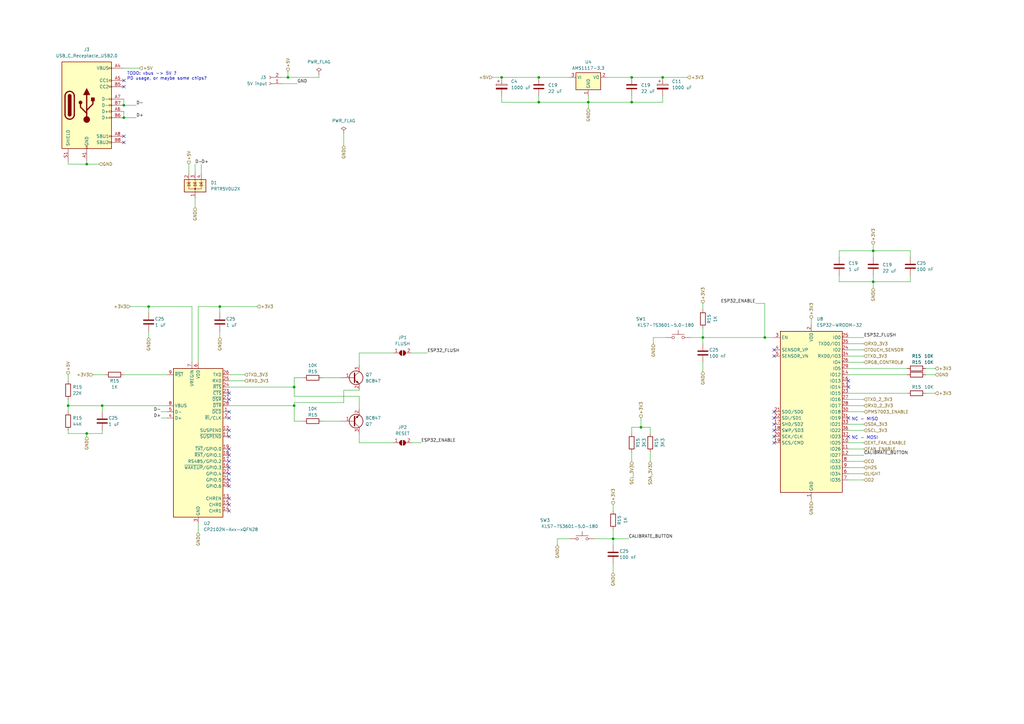
<source format=kicad_sch>
(kicad_sch (version 20230121) (generator eeschema)
  (paper "A3")
  (lib_symbols
    (symbol "Connector:Conn_01x02_Socket" (pin_names (offset 1.016) hide)
      (property "Reference" "J" (at 0 2.54 0))
      (property "Value" "Conn_01x02_Socket" (at 0 -5.08 0))
      (symbol "Conn_01x02_Socket_1_1"
        (arc (start 0 -2.032) (mid -0.5058 -2.54) (end 0 -3.048) (stroke (width 0.1524)))
        (polyline (pts (xy -1.27 -2.54) (xy -0.508 -2.54)) (stroke (width 0.1524)))
        (polyline (pts (xy -1.27 0) (xy -0.508 0)) (stroke (width 0.1524)))
        (arc (start 0 0.508) (mid -0.5058 0) (end 0 -0.508) (stroke (width 0.1524)))
        (pin passive line (at -5.08 0 0) (length 3.81) (name "Pin_1") (number "1"))
        (pin passive line (at -5.08 -2.54 0) (length 3.81) (name "Pin_2") (number "2"))
      )
    )
    (symbol "Connector:USB_C_Receptacle_USB2.0" (pin_names (offset 1.016))
      (property "Reference" "J" (at -10.16 19.05 0))
      (property "Value" "USB_C_Receptacle_USB2.0" (at 19.05 19.05 0))
      (symbol "USB_C_Receptacle_USB2.0_0_0"
        (rectangle (start -0.254 -17.78) (end 0.254 -16.764))
        (rectangle (start 10.16 -14.986) (end 9.144 -15.494))
        (rectangle (start 10.16 -12.446) (end 9.144 -12.954))
        (rectangle (start 10.16 -4.826) (end 9.144 -5.334))
        (rectangle (start 10.16 -2.286) (end 9.144 -2.794))
        (rectangle (start 10.16 0.254) (end 9.144 -0.254))
        (rectangle (start 10.16 2.794) (end 9.144 2.286))
        (rectangle (start 10.16 7.874) (end 9.144 7.366))
        (rectangle (start 10.16 10.414) (end 9.144 9.906))
        (rectangle (start 10.16 15.494) (end 9.144 14.986))
      )
      (symbol "USB_C_Receptacle_USB2.0_0_1"
        (rectangle (start -10.16 17.78) (end 10.16 -17.78) (stroke (width 0.254)) (fill (type background)))
        (arc (start -8.89 -3.81) (mid -6.985 -5.7067) (end -5.08 -3.81) (stroke (width 0.508)))
        (arc (start -7.62 -3.81) (mid -6.985 -4.4423) (end -6.35 -3.81) (stroke (width 0.254)))
        (arc (start -7.62 -3.81) (mid -6.985 -4.4423) (end -6.35 -3.81) (stroke (width 0.254)) (fill (type outline)))
        (rectangle (start -7.62 -3.81) (end -6.35 3.81) (stroke (width 0.254)) (fill (type outline)))
        (arc (start -6.35 3.81) (mid -6.985 4.4423) (end -7.62 3.81) (stroke (width 0.254)))
        (arc (start -6.35 3.81) (mid -6.985 4.4423) (end -7.62 3.81) (stroke (width 0.254)) (fill (type outline)))
        (arc (start -5.08 3.81) (mid -6.985 5.7067) (end -8.89 3.81) (stroke (width 0.508)))
        (circle (center -2.54 1.143) (radius 0.635) (stroke (width 0.254)) (fill (type outline)))
        (circle (center 0 -5.842) (radius 1.27) (fill (type outline)))
        (polyline (pts (xy -8.89 -3.81) (xy -8.89 3.81)) (stroke (width 0.508)))
        (polyline (pts (xy -5.08 3.81) (xy -5.08 -3.81)) (stroke (width 0.508)))
        (polyline (pts (xy 0 -5.842) (xy 0 4.318)) (stroke (width 0.508)))
        (polyline (pts (xy 0 -3.302) (xy -2.54 -0.762) (xy -2.54 0.508)) (stroke (width 0.508)))
        (polyline (pts (xy 0 -2.032) (xy 2.54 0.508) (xy 2.54 1.778)) (stroke (width 0.508)))
        (polyline (pts (xy -1.27 4.318) (xy 0 6.858) (xy 1.27 4.318) (xy -1.27 4.318)) (stroke (width 0.254)) (fill (type outline)))
        (rectangle (start 1.905 1.778) (end 3.175 3.048) (stroke (width 0.254)) (fill (type outline)))
      )
      (symbol "USB_C_Receptacle_USB2.0_1_1"
        (pin passive line (at 0 -22.86 90) (length 5.08) (name "GND") (number "A1"))
        (pin passive line (at 0 -22.86 90) (length 5.08) hide (name "GND") (number "A12"))
        (pin passive line (at 15.24 15.24 180) (length 5.08) (name "VBUS") (number "A4"))
        (pin bidirectional line (at 15.24 10.16 180) (length 5.08) (name "CC1") (number "A5"))
        (pin bidirectional line (at 15.24 -2.54 180) (length 5.08) (name "D+") (number "A6"))
        (pin bidirectional line (at 15.24 2.54 180) (length 5.08) (name "D-") (number "A7"))
        (pin bidirectional line (at 15.24 -12.7 180) (length 5.08) (name "SBU1") (number "A8"))
        (pin passive line (at 15.24 15.24 180) (length 5.08) hide (name "VBUS") (number "A9"))
        (pin passive line (at 0 -22.86 90) (length 5.08) hide (name "GND") (number "B1"))
        (pin passive line (at 0 -22.86 90) (length 5.08) hide (name "GND") (number "B12"))
        (pin passive line (at 15.24 15.24 180) (length 5.08) hide (name "VBUS") (number "B4"))
        (pin bidirectional line (at 15.24 7.62 180) (length 5.08) (name "CC2") (number "B5"))
        (pin bidirectional line (at 15.24 -5.08 180) (length 5.08) (name "D+") (number "B6"))
        (pin bidirectional line (at 15.24 0 180) (length 5.08) (name "D-") (number "B7"))
        (pin bidirectional line (at 15.24 -15.24 180) (length 5.08) (name "SBU2") (number "B8"))
        (pin passive line (at 15.24 15.24 180) (length 5.08) hide (name "VBUS") (number "B9"))
        (pin passive line (at -7.62 -22.86 90) (length 5.08) (name "SHIELD") (number "S1"))
      )
    )
    (symbol "Device:C" (pin_numbers hide) (pin_names (offset 0.254))
      (property "Reference" "C" (at 0.635 2.54 0))
      (property "Value" "C" (at 0.635 -2.54 0))
      (symbol "C_0_1"
        (polyline (pts (xy -2.032 -0.762) (xy 2.032 -0.762)) (stroke (width 0.508)))
        (polyline (pts (xy -2.032 0.762) (xy 2.032 0.762)) (stroke (width 0.508)))
      )
      (symbol "C_1_1"
        (pin passive line (at 0 3.81 270) (length 2.794) (name "~") (number "1"))
        (pin passive line (at 0 -3.81 90) (length 2.794) (name "~") (number "2"))
      )
    )
    (symbol "Device:C_Polarized" (pin_numbers hide) (pin_names (offset 0.254))
      (property "Reference" "C" (at 0.635 2.54 0))
      (property "Value" "C_Polarized" (at 0.635 -2.54 0))
      (symbol "C_Polarized_0_1"
        (rectangle (start -2.286 0.508) (end 2.286 1.016))
        (polyline (pts (xy -1.778 2.286) (xy -0.762 2.286)))
        (polyline (pts (xy -1.27 2.794) (xy -1.27 1.778)))
        (rectangle (start 2.286 -0.508) (end -2.286 -1.016) (fill (type outline)))
      )
      (symbol "C_Polarized_1_1"
        (pin passive line (at 0 3.81 270) (length 2.794) (name "~") (number "1"))
        (pin passive line (at 0 -3.81 90) (length 2.794) (name "~") (number "2"))
      )
    )
    (symbol "Device:R" (pin_numbers hide) (pin_names (offset 0))
      (property "Reference" "R" (at 2.032 0 90))
      (property "Value" "R" (at 0 0 90))
      (symbol "R_0_1"
        (rectangle (start -1.016 -2.54) (end 1.016 2.54) (stroke (width 0.254)))
      )
      (symbol "R_1_1"
        (pin passive line (at 0 3.81 270) (length 1.27) (name "~") (number "1"))
        (pin passive line (at 0 -3.81 90) (length 1.27) (name "~") (number "2"))
      )
    )
    (symbol "Interface_USB:CP2102N-Axx-xQFN28"
      (property "Reference" "U" (at -8.89 31.75 0))
      (property "Value" "CP2102N-Axx-xQFN28" (at 12.7 31.75 0))
      (symbol "CP2102N-Axx-xQFN28_0_1"
        (rectangle (start -10.16 30.48) (end 10.16 -30.48) (stroke (width 0.254)) (fill (type background)))
      )
      (symbol "CP2102N-Axx-xQFN28_1_1"
        (pin input line (at 12.7 12.7 180) (length 2.54) (name "~{DCD}") (number "1"))
        (pin no_connect line (at -10.16 -27.94 0) (length 2.54) hide (name "NC") (number "10"))
        (pin output line (at 12.7 2.54 180) (length 2.54) (name "~{SUSPEND}") (number "11"))
        (pin output line (at 12.7 5.08 180) (length 2.54) (name "SUSPEND") (number "12"))
        (pin output line (at 12.7 -22.86 180) (length 2.54) (name "CHREN") (number "13"))
        (pin output line (at 12.7 -27.94 180) (length 2.54) (name "CHR1") (number "14"))
        (pin output line (at 12.7 -25.4 180) (length 2.54) (name "CHR0") (number "15"))
        (pin bidirectional line (at 12.7 -10.16 180) (length 2.54) (name "~{WAKEUP}/GPIO.3") (number "16"))
        (pin bidirectional line (at 12.7 -7.62 180) (length 2.54) (name "RS485/GPIO.2") (number "17"))
        (pin bidirectional line (at 12.7 -5.08 180) (length 2.54) (name "~{RXT}/GPIO.1") (number "18"))
        (pin bidirectional line (at 12.7 -2.54 180) (length 2.54) (name "~{TXT}/GPIO.0") (number "19"))
        (pin bidirectional line (at 12.7 10.16 180) (length 2.54) (name "~{RI}/CLK") (number "2"))
        (pin bidirectional line (at 12.7 -17.78 180) (length 2.54) (name "GPIO.6") (number "20"))
        (pin bidirectional line (at 12.7 -15.24 180) (length 2.54) (name "GPIO.5") (number "21"))
        (pin bidirectional line (at 12.7 -12.7 180) (length 2.54) (name "GPIO.4") (number "22"))
        (pin input line (at 12.7 20.32 180) (length 2.54) (name "~{CTS}") (number "23"))
        (pin output line (at 12.7 22.86 180) (length 2.54) (name "~{RTS}") (number "24"))
        (pin input line (at 12.7 25.4 180) (length 2.54) (name "RXD") (number "25"))
        (pin output line (at 12.7 27.94 180) (length 2.54) (name "TXD") (number "26"))
        (pin input line (at 12.7 17.78 180) (length 2.54) (name "~{DSR}") (number "27"))
        (pin output line (at 12.7 15.24 180) (length 2.54) (name "~{DTR}") (number "28"))
        (pin passive line (at 0 -33.02 90) (length 2.54) hide (name "GND") (number "29"))
        (pin power_in line (at 0 -33.02 90) (length 2.54) (name "GND") (number "3"))
        (pin bidirectional line (at -12.7 10.16 0) (length 2.54) (name "D+") (number "4"))
        (pin bidirectional line (at -12.7 12.7 0) (length 2.54) (name "D-") (number "5"))
        (pin power_in line (at 0 33.02 270) (length 2.54) (name "VDD") (number "6"))
        (pin power_in line (at -2.54 33.02 270) (length 2.54) (name "VREGIN") (number "7"))
        (pin input line (at -12.7 15.24 0) (length 2.54) (name "VBUS") (number "8"))
        (pin input line (at -12.7 27.94 0) (length 2.54) (name "~{RST}") (number "9"))
      )
    )
    (symbol "Jumper:SolderJumper_2_Open" (pin_names (offset 0) hide)
      (property "Reference" "JP" (at 0 2.032 0))
      (property "Value" "SolderJumper_2_Open" (at 0 -2.54 0))
      (symbol "SolderJumper_2_Open_0_1"
        (arc (start -0.254 1.016) (mid -1.2656 0) (end -0.254 -1.016))
        (arc (start -0.254 1.016) (mid -1.2656 0) (end -0.254 -1.016) (fill (type outline)))
        (polyline (pts (xy -0.254 1.016) (xy -0.254 -1.016)))
        (polyline (pts (xy 0.254 1.016) (xy 0.254 -1.016)))
        (arc (start 0.254 -1.016) (mid 1.2656 0) (end 0.254 1.016))
        (arc (start 0.254 -1.016) (mid 1.2656 0) (end 0.254 1.016) (fill (type outline)))
      )
      (symbol "SolderJumper_2_Open_1_1"
        (pin passive line (at -3.81 0 0) (length 2.54) (name "A") (number "1"))
        (pin passive line (at 3.81 0 180) (length 2.54) (name "B") (number "2"))
      )
    )
    (symbol "Power_Protection:SP0503BAHT" (pin_names hide)
      (property "Reference" "D" (at 5.715 2.54 0))
      (property "Value" "SP0503BAHT" (at 5.715 0.635 0))
      (symbol "SP0503BAHT_0_0"
        (pin passive line (at 0 -5.08 90) (length 2.54) (name "A") (number "1"))
      )
      (symbol "SP0503BAHT_0_1"
        (rectangle (start -4.445 2.54) (end 4.445 -2.54) (stroke (width 0.254)) (fill (type background)))
        (circle (center 0 -1.27) (radius 0.254) (fill (type outline)))
        (polyline (pts (xy -2.54 2.54) (xy -2.54 1.27)))
        (polyline (pts (xy 0 -1.27) (xy 0 -2.54)))
        (polyline (pts (xy 0 -1.27) (xy 0 1.27)))
        (polyline (pts (xy 0 2.54) (xy 0 1.27)))
        (polyline (pts (xy 0.635 1.27) (xy 0.762 1.27)))
        (polyline (pts (xy 2.54 2.54) (xy 2.54 1.27)))
        (polyline (pts (xy 0.635 1.27) (xy -0.762 1.27) (xy -0.762 1.016)))
        (polyline (pts (xy -3.302 1.016) (xy -3.302 1.27) (xy -1.905 1.27) (xy -1.778 1.27)))
        (polyline (pts (xy -2.54 1.27) (xy -2.54 -1.27) (xy 2.54 -1.27) (xy 2.54 1.27)))
        (polyline (pts (xy -2.54 1.27) (xy -1.905 0) (xy -3.175 0) (xy -2.54 1.27)))
        (polyline (pts (xy 0.635 0) (xy -0.635 0) (xy 0 1.27) (xy 0.635 0)))
        (polyline (pts (xy 1.778 1.016) (xy 1.778 1.27) (xy 3.175 1.27) (xy 3.302 1.27)))
        (polyline (pts (xy 2.54 1.27) (xy 1.905 0) (xy 3.175 0) (xy 2.54 1.27)))
      )
      (symbol "SP0503BAHT_1_1"
        (pin passive line (at -2.54 5.08 270) (length 2.54) (name "K") (number "2"))
        (pin passive line (at 0 5.08 270) (length 2.54) (name "K") (number "3"))
        (pin passive line (at 2.54 5.08 270) (length 2.54) (name "K") (number "4"))
      )
    )
    (symbol "RF_Module:ESP32-WROOM-32"
      (property "Reference" "U" (at -12.7 34.29 0))
      (property "Value" "ESP32-WROOM-32" (at 1.27 34.29 0))
      (symbol "ESP32-WROOM-32_0_1"
        (rectangle (start -12.7 33.02) (end 12.7 -33.02) (stroke (width 0.254)) (fill (type background)))
      )
      (symbol "ESP32-WROOM-32_1_1"
        (pin power_in line (at 0 -35.56 90) (length 2.54) (name "GND") (number "1"))
        (pin bidirectional line (at 15.24 -12.7 180) (length 2.54) (name "IO25") (number "10"))
        (pin bidirectional line (at 15.24 -15.24 180) (length 2.54) (name "IO26") (number "11"))
        (pin bidirectional line (at 15.24 -17.78 180) (length 2.54) (name "IO27") (number "12"))
        (pin bidirectional line (at 15.24 10.16 180) (length 2.54) (name "IO14") (number "13"))
        (pin bidirectional line (at 15.24 15.24 180) (length 2.54) (name "IO12") (number "14"))
        (pin passive line (at 0 -35.56 90) (length 2.54) hide (name "GND") (number "15"))
        (pin bidirectional line (at 15.24 12.7 180) (length 2.54) (name "IO13") (number "16"))
        (pin bidirectional line (at -15.24 -5.08 0) (length 2.54) (name "SHD/SD2") (number "17"))
        (pin bidirectional line (at -15.24 -7.62 0) (length 2.54) (name "SWP/SD3") (number "18"))
        (pin bidirectional line (at -15.24 -12.7 0) (length 2.54) (name "SCS/CMD") (number "19"))
        (pin power_in line (at 0 35.56 270) (length 2.54) (name "VDD") (number "2"))
        (pin bidirectional line (at -15.24 -10.16 0) (length 2.54) (name "SCK/CLK") (number "20"))
        (pin bidirectional line (at -15.24 0 0) (length 2.54) (name "SDO/SD0") (number "21"))
        (pin bidirectional line (at -15.24 -2.54 0) (length 2.54) (name "SDI/SD1") (number "22"))
        (pin bidirectional line (at 15.24 7.62 180) (length 2.54) (name "IO15") (number "23"))
        (pin bidirectional line (at 15.24 25.4 180) (length 2.54) (name "IO2") (number "24"))
        (pin bidirectional line (at 15.24 30.48 180) (length 2.54) (name "IO0") (number "25"))
        (pin bidirectional line (at 15.24 20.32 180) (length 2.54) (name "IO4") (number "26"))
        (pin bidirectional line (at 15.24 5.08 180) (length 2.54) (name "IO16") (number "27"))
        (pin bidirectional line (at 15.24 2.54 180) (length 2.54) (name "IO17") (number "28"))
        (pin bidirectional line (at 15.24 17.78 180) (length 2.54) (name "IO5") (number "29"))
        (pin input line (at -15.24 30.48 0) (length 2.54) (name "EN") (number "3"))
        (pin bidirectional line (at 15.24 0 180) (length 2.54) (name "IO18") (number "30"))
        (pin bidirectional line (at 15.24 -2.54 180) (length 2.54) (name "IO19") (number "31"))
        (pin no_connect line (at -12.7 -27.94 0) (length 2.54) hide (name "NC") (number "32"))
        (pin bidirectional line (at 15.24 -5.08 180) (length 2.54) (name "IO21") (number "33"))
        (pin bidirectional line (at 15.24 22.86 180) (length 2.54) (name "RXD0/IO3") (number "34"))
        (pin bidirectional line (at 15.24 27.94 180) (length 2.54) (name "TXD0/IO1") (number "35"))
        (pin bidirectional line (at 15.24 -7.62 180) (length 2.54) (name "IO22") (number "36"))
        (pin bidirectional line (at 15.24 -10.16 180) (length 2.54) (name "IO23") (number "37"))
        (pin passive line (at 0 -35.56 90) (length 2.54) hide (name "GND") (number "38"))
        (pin passive line (at 0 -35.56 90) (length 2.54) hide (name "GND") (number "39"))
        (pin input line (at -15.24 25.4 0) (length 2.54) (name "SENSOR_VP") (number "4"))
        (pin input line (at -15.24 22.86 0) (length 2.54) (name "SENSOR_VN") (number "5"))
        (pin input line (at 15.24 -25.4 180) (length 2.54) (name "IO34") (number "6"))
        (pin input line (at 15.24 -27.94 180) (length 2.54) (name "IO35") (number "7"))
        (pin bidirectional line (at 15.24 -20.32 180) (length 2.54) (name "IO32") (number "8"))
        (pin bidirectional line (at 15.24 -22.86 180) (length 2.54) (name "IO33") (number "9"))
      )
    )
    (symbol "Regulator_Linear:AMS1117-3.3"
      (property "Reference" "U" (at -3.81 3.175 0))
      (property "Value" "AMS1117-3.3" (at 0 3.175 0))
      (symbol "AMS1117-3.3_0_1"
        (rectangle (start -5.08 -5.08) (end 5.08 1.905) (stroke (width 0.254)) (fill (type background)))
      )
      (symbol "AMS1117-3.3_1_1"
        (pin power_in line (at 0 -7.62 90) (length 2.54) (name "GND") (number "1"))
        (pin power_out line (at 7.62 0 180) (length 2.54) (name "VO") (number "2"))
        (pin power_in line (at -7.62 0 0) (length 2.54) (name "VI") (number "3"))
      )
    )
    (symbol "Switch:SW_Push" (pin_numbers hide) (pin_names (offset 1.016) hide)
      (property "Reference" "SW" (at 1.27 2.54 0))
      (property "Value" "SW_Push" (at 0 -1.524 0))
      (symbol "SW_Push_0_1"
        (circle (center -2.032 0) (radius 0.508))
        (polyline (pts (xy 0 1.27) (xy 0 3.048)))
        (polyline (pts (xy 2.54 1.27) (xy -2.54 1.27)))
        (circle (center 2.032 0) (radius 0.508))
        (pin passive line (at -5.08 0 0) (length 2.54) (name "1") (number "1"))
        (pin passive line (at 5.08 0 180) (length 2.54) (name "2") (number "2"))
      )
    )
    (symbol "Transistor_BJT:BC847" (pin_names (offset 0) hide)
      (property "Reference" "Q" (at 5.08 1.905 0))
      (property "Value" "BC847" (at 5.08 0 0))
      (symbol "BC847_0_1"
        (polyline (pts (xy 0.635 0.635) (xy 2.54 2.54)))
        (polyline (pts (xy 0.635 -0.635) (xy 2.54 -2.54) (xy 2.54 -2.54)))
        (polyline (pts (xy 0.635 1.905) (xy 0.635 -1.905) (xy 0.635 -1.905)) (stroke (width 0.508)))
        (polyline (pts (xy 1.27 -1.778) (xy 1.778 -1.27) (xy 2.286 -2.286) (xy 1.27 -1.778) (xy 1.27 -1.778)) (fill (type outline)))
        (circle (center 1.27 0) (radius 2.8194) (stroke (width 0.254)))
      )
      (symbol "BC847_1_1"
        (pin input line (at -5.08 0 0) (length 5.715) (name "B") (number "1"))
        (pin passive line (at 2.54 -5.08 90) (length 2.54) (name "E") (number "2"))
        (pin passive line (at 2.54 5.08 270) (length 2.54) (name "C") (number "3"))
      )
    )
    (symbol "power:PWR_FLAG" (power) (pin_numbers hide) (pin_names (offset 0) hide)
      (property "Value" "PWR_FLAG" (at 0 3.81 0))
      (symbol "PWR_FLAG_0_0"
        (pin power_out line (at 0 0 90) (length 0) (name "pwr") (number "1"))
      )
      (symbol "PWR_FLAG_0_1"
        (polyline (pts (xy 0 0) (xy 0 1.27) (xy -1.016 1.905) (xy 0 2.54) (xy 1.016 1.905) (xy 0 1.27)))
      )
    )
  )
  (junction (at 35.56 67.31))
  (junction (at 241.3 41.91))
  (junction (at 118.11 31.75))
  (junction (at 358.14 102.87))
  (junction (at 90.17 125.73))
  (junction (at 27.94 166.37))
  (junction (at 313.69 138.43))
  (junction (at 60.96 125.73))
  (junction (at 120.65 158.75))
  (junction (at 50.8 48.26))
  (junction (at 271.78 31.75))
  (junction (at 35.56 177.8))
  (junction (at 220.98 31.75))
  (junction (at 262.89 175.26))
  (junction (at 358.14 115.57))
  (junction (at 120.65 166.37))
  (junction (at 41.91 166.37))
  (junction (at 251.46 220.98))
  (junction (at 288.29 138.43))
  (junction (at 205.74 31.75))
  (junction (at 220.98 41.91))
  (junction (at 259.08 41.91))
  (junction (at 50.8 43.18))
  (junction (at 259.08 31.75))
  (no_connect (at 317.5 179.07))
  (no_connect (at 93.98 199.39))
  (no_connect (at 93.98 168.91))
  (no_connect (at 50.8 35.56))
  (no_connect (at 93.98 189.23))
  (no_connect (at 93.98 209.55))
  (no_connect (at 50.8 55.88))
  (no_connect (at 93.98 196.85))
  (no_connect (at 93.98 204.47))
  (no_connect (at 93.98 161.29))
  (no_connect (at 347.98 156.21))
  (no_connect (at 93.98 179.07))
  (no_connect (at 93.98 207.01))
  (no_connect (at 347.98 179.07))
  (no_connect (at 93.98 171.45))
  (no_connect (at 347.98 171.45))
  (no_connect (at 93.98 194.31))
  (no_connect (at 93.98 184.15))
  (no_connect (at 347.98 158.75))
  (no_connect (at 93.98 186.69))
  (no_connect (at 317.5 181.61))
  (no_connect (at 93.98 191.77))
  (no_connect (at 317.5 168.91))
  (no_connect (at 317.5 176.53))
  (no_connect (at 93.98 176.53))
  (no_connect (at 317.5 171.45))
  (no_connect (at 317.5 146.05))
  (no_connect (at 93.98 163.83))
  (no_connect (at 317.5 143.51))
  (no_connect (at 50.8 58.42))
  (no_connect (at 317.5 173.99))
  (no_connect (at 50.8 33.02))
  (wire (pts (xy 168.91 181.61) (xy 172.72 181.61)))
  (wire (pts (xy 147.32 162.56) (xy 120.65 162.56)))
  (wire (pts (xy 259.08 41.91) (xy 259.08 39.37)))
  (wire (pts (xy 50.8 27.94) (xy 57.15 27.94)))
  (wire (pts (xy 271.78 41.91) (xy 259.08 41.91)))
  (wire (pts (xy 241.3 39.37) (xy 241.3 41.91)))
  (wire (pts (xy 288.29 124.46) (xy 288.29 127)))
  (wire (pts (xy 344.17 113.03) (xy 344.17 115.57)))
  (wire (pts (xy 66.04 171.45) (xy 68.58 171.45)))
  (wire (pts (xy 60.96 135.89) (xy 60.96 138.43)))
  (wire (pts (xy 93.98 166.37) (xy 120.65 166.37)))
  (wire (pts (xy 80.01 67.31) (xy 80.01 71.12)))
  (wire (pts (xy 50.8 153.67) (xy 68.58 153.67)))
  (wire (pts (xy 147.32 144.78) (xy 147.32 149.86)))
  (wire (pts (xy 130.81 31.75) (xy 118.11 31.75)))
  (wire (pts (xy 53.34 125.73) (xy 60.96 125.73)))
  (wire (pts (xy 344.17 115.57) (xy 358.14 115.57)))
  (wire (pts (xy 205.74 39.37) (xy 205.74 41.91)))
  (wire (pts (xy 347.98 166.37) (xy 354.33 166.37)))
  (wire (pts (xy 27.94 176.53) (xy 27.94 177.8)))
  (wire (pts (xy 283.21 138.43) (xy 288.29 138.43)))
  (wire (pts (xy 347.98 146.05) (xy 354.33 146.05)))
  (wire (pts (xy 313.69 124.46) (xy 313.69 138.43)))
  (wire (pts (xy 35.56 177.8) (xy 35.56 179.07)))
  (wire (pts (xy 27.94 153.67) (xy 27.94 156.21)))
  (wire (pts (xy 220.98 31.75) (xy 233.68 31.75)))
  (wire (pts (xy 220.98 41.91) (xy 241.3 41.91)))
  (wire (pts (xy 379.73 153.67) (xy 383.54 153.67)))
  (wire (pts (xy 27.94 166.37) (xy 27.94 168.91)))
  (wire (pts (xy 82.55 67.31) (xy 82.55 71.12)))
  (wire (pts (xy 66.04 168.91) (xy 68.58 168.91)))
  (wire (pts (xy 78.74 125.73) (xy 78.74 148.59)))
  (wire (pts (xy 248.92 31.75) (xy 259.08 31.75)))
  (wire (pts (xy 347.98 168.91) (xy 354.33 168.91)))
  (wire (pts (xy 332.74 204.47) (xy 332.74 205.74)))
  (wire (pts (xy 379.73 161.29) (xy 383.54 161.29)))
  (wire (pts (xy 93.98 156.21) (xy 100.33 156.21)))
  (wire (pts (xy 259.08 31.75) (xy 271.78 31.75)))
  (wire (pts (xy 332.74 130.81) (xy 332.74 133.35)))
  (wire (pts (xy 358.14 113.03) (xy 358.14 115.57)))
  (wire (pts (xy 35.56 177.8) (xy 41.91 177.8)))
  (wire (pts (xy 228.6 220.98) (xy 233.68 220.98)))
  (wire (pts (xy 147.32 160.02) (xy 140.97 160.02)))
  (wire (pts (xy 147.32 144.78) (xy 161.29 144.78)))
  (wire (pts (xy 344.17 102.87) (xy 358.14 102.87)))
  (wire (pts (xy 347.98 140.97) (xy 354.33 140.97)))
  (wire (pts (xy 373.38 102.87) (xy 373.38 105.41)))
  (wire (pts (xy 251.46 207.01) (xy 251.46 209.55)))
  (wire (pts (xy 347.98 186.69) (xy 354.33 186.69)))
  (wire (pts (xy 50.8 48.26) (xy 55.88 48.26)))
  (wire (pts (xy 90.17 135.89) (xy 90.17 138.43)))
  (wire (pts (xy 41.91 166.37) (xy 41.91 168.91)))
  (wire (pts (xy 241.3 41.91) (xy 241.3 44.45)))
  (wire (pts (xy 120.65 172.72) (xy 124.46 172.72)))
  (wire (pts (xy 347.98 191.77) (xy 354.33 191.77)))
  (wire (pts (xy 347.98 148.59) (xy 354.33 148.59)))
  (wire (pts (xy 27.94 67.31) (xy 35.56 67.31)))
  (wire (pts (xy 50.8 43.18) (xy 55.88 43.18)))
  (wire (pts (xy 347.98 196.85) (xy 354.33 196.85)))
  (wire (pts (xy 140.97 54.61) (xy 140.97 59.69)))
  (wire (pts (xy 347.98 189.23) (xy 354.33 189.23)))
  (wire (pts (xy 259.08 175.26) (xy 259.08 177.8)))
  (wire (pts (xy 262.89 171.45) (xy 262.89 175.26)))
  (wire (pts (xy 205.74 31.75) (xy 220.98 31.75)))
  (wire (pts (xy 130.81 30.48) (xy 130.81 31.75)))
  (wire (pts (xy 288.29 138.43) (xy 313.69 138.43)))
  (wire (pts (xy 90.17 125.73) (xy 90.17 128.27)))
  (wire (pts (xy 347.98 194.31) (xy 354.33 194.31)))
  (wire (pts (xy 281.94 31.75) (xy 271.78 31.75)))
  (wire (pts (xy 220.98 39.37) (xy 220.98 41.91)))
  (wire (pts (xy 27.94 166.37) (xy 41.91 166.37)))
  (wire (pts (xy 50.8 40.64) (xy 50.8 43.18)))
  (wire (pts (xy 120.65 162.56) (xy 120.65 158.75)))
  (wire (pts (xy 205.74 41.91) (xy 220.98 41.91)))
  (wire (pts (xy 27.94 177.8) (xy 35.56 177.8)))
  (wire (pts (xy 60.96 125.73) (xy 60.96 128.27)))
  (wire (pts (xy 347.98 161.29) (xy 372.11 161.29)))
  (wire (pts (xy 132.08 172.72) (xy 139.7 172.72)))
  (wire (pts (xy 81.28 214.63) (xy 81.28 218.44)))
  (wire (pts (xy 50.8 45.72) (xy 50.8 48.26)))
  (wire (pts (xy 93.98 158.75) (xy 120.65 158.75)))
  (wire (pts (xy 358.14 115.57) (xy 373.38 115.57)))
  (wire (pts (xy 358.14 102.87) (xy 373.38 102.87)))
  (wire (pts (xy 80.01 85.09) (xy 80.01 81.28)))
  (wire (pts (xy 251.46 220.98) (xy 257.81 220.98)))
  (wire (pts (xy 347.98 163.83) (xy 354.33 163.83)))
  (wire (pts (xy 251.46 231.14) (xy 251.46 234.95)))
  (wire (pts (xy 41.91 166.37) (xy 68.58 166.37)))
  (wire (pts (xy 288.29 134.62) (xy 288.29 138.43)))
  (wire (pts (xy 347.98 151.13) (xy 372.11 151.13)))
  (wire (pts (xy 90.17 125.73) (xy 105.41 125.73)))
  (wire (pts (xy 35.56 67.31) (xy 35.56 66.04)))
  (wire (pts (xy 168.91 144.78) (xy 175.26 144.78)))
  (wire (pts (xy 266.7 185.42) (xy 266.7 189.23)))
  (wire (pts (xy 347.98 143.51) (xy 354.33 143.51)))
  (wire (pts (xy 27.94 163.83) (xy 27.94 166.37)))
  (wire (pts (xy 262.89 175.26) (xy 259.08 175.26)))
  (wire (pts (xy 288.29 148.59) (xy 288.29 152.4)))
  (wire (pts (xy 81.28 125.73) (xy 81.28 148.59)))
  (wire (pts (xy 259.08 185.42) (xy 259.08 189.23)))
  (wire (pts (xy 140.97 165.1) (xy 120.65 165.1)))
  (wire (pts (xy 60.96 125.73) (xy 78.74 125.73)))
  (wire (pts (xy 267.97 138.43) (xy 273.05 138.43)))
  (wire (pts (xy 120.65 166.37) (xy 120.65 172.72)))
  (wire (pts (xy 373.38 115.57) (xy 373.38 113.03)))
  (wire (pts (xy 121.92 34.29) (xy 115.57 34.29)))
  (wire (pts (xy 313.69 138.43) (xy 317.5 138.43)))
  (wire (pts (xy 347.98 173.99) (xy 354.33 173.99)))
  (wire (pts (xy 347.98 184.15) (xy 354.33 184.15)))
  (wire (pts (xy 41.91 177.8) (xy 41.91 176.53)))
  (wire (pts (xy 147.32 167.64) (xy 147.32 162.56)))
  (wire (pts (xy 120.65 165.1) (xy 120.65 166.37)))
  (wire (pts (xy 132.08 154.94) (xy 139.7 154.94)))
  (wire (pts (xy 93.98 153.67) (xy 100.33 153.67)))
  (wire (pts (xy 379.73 151.13) (xy 383.54 151.13)))
  (wire (pts (xy 358.14 100.33) (xy 358.14 102.87)))
  (wire (pts (xy 120.65 158.75) (xy 120.65 154.94)))
  (wire (pts (xy 347.98 138.43) (xy 354.33 138.43)))
  (wire (pts (xy 118.11 31.75) (xy 115.57 31.75)))
  (wire (pts (xy 266.7 175.26) (xy 266.7 177.8)))
  (wire (pts (xy 241.3 41.91) (xy 259.08 41.91)))
  (wire (pts (xy 140.97 160.02) (xy 140.97 165.1)))
  (wire (pts (xy 120.65 154.94) (xy 124.46 154.94)))
  (wire (pts (xy 201.93 31.75) (xy 205.74 31.75)))
  (wire (pts (xy 251.46 220.98) (xy 251.46 223.52)))
  (wire (pts (xy 347.98 176.53) (xy 354.33 176.53)))
  (wire (pts (xy 228.6 223.52) (xy 228.6 220.98)))
  (wire (pts (xy 347.98 181.61) (xy 354.33 181.61)))
  (wire (pts (xy 147.32 181.61) (xy 161.29 181.61)))
  (wire (pts (xy 288.29 140.97) (xy 288.29 138.43)))
  (wire (pts (xy 147.32 181.61) (xy 147.32 177.8)))
  (wire (pts (xy 118.11 29.21) (xy 118.11 31.75)))
  (wire (pts (xy 35.56 67.31) (xy 40.64 67.31)))
  (wire (pts (xy 262.89 175.26) (xy 266.7 175.26)))
  (wire (pts (xy 344.17 105.41) (xy 344.17 102.87)))
  (wire (pts (xy 243.84 220.98) (xy 251.46 220.98)))
  (wire (pts (xy 81.28 125.73) (xy 90.17 125.73)))
  (wire (pts (xy 347.98 153.67) (xy 372.11 153.67)))
  (wire (pts (xy 251.46 217.17) (xy 251.46 220.98)))
  (wire (pts (xy 358.14 115.57) (xy 358.14 118.11)))
  (wire (pts (xy 358.14 102.87) (xy 358.14 105.41)))
  (wire (pts (xy 27.94 66.04) (xy 27.94 67.31)))
  (wire (pts (xy 77.47 67.31) (xy 77.47 71.12)))
  (wire (pts (xy 38.1 153.67) (xy 43.18 153.67)))
  (wire (pts (xy 271.78 39.37) (xy 271.78 41.91)))
  (wire (pts (xy 267.97 140.97) (xy 267.97 138.43)))
  (wire (pts (xy 309.88 124.46) (xy 313.69 124.46)))
  (text "TODO: vbus -> 5V ?\nPD usage, or maybe some chips?" (at 52.07 33.02 0) (effects (font (size 1.27 1.27)) (justify left bottom)))
  (text "NC - MISO" (at 349.25 172.72 0) (effects (font (size 1.27 1.27)) (justify left bottom)))
  (text "NC - MOSI" (at 349.25 180.34 0) (effects (font (size 1.27 1.27)) (justify left bottom)))
  (label "GND" (at 121.92 34.29 0))
  (label "ESP32_FLUSH" (at 354.33 138.43 0))
  (label "ESP32_ENABLE" (at 172.72 181.61 0))
  (label "D+" (at 66.04 171.45 180))
  (label "D-" (at 55.88 43.18 0))
  (label "D+" (at 55.88 48.26 0))
  (label "CALIBRATE_BUTTON" (at 354.33 186.69 0))
  (label "D-" (at 66.04 168.91 180))
  (label "D-" (at 80.01 67.31 0))
  (label "D+" (at 82.55 67.31 0))
  (label "ESP32_ENABLE" (at 309.88 124.46 180))
  (label "CALIBRATE_BUTTON" (at 257.81 220.98 0))
  (label "ESP32_FLUSH" (at 175.26 144.78 0))
  (hierarchical_label "CO" (shape input) (at 354.33 189.23 0))
  (hierarchical_label "+5V" (shape input) (at 77.47 67.31 90))
  (hierarchical_label "H2S" (shape input) (at 354.33 191.77 0))
  (hierarchical_label "GND" (shape input) (at 140.97 59.69 270))
  (hierarchical_label "+3V3" (shape input) (at 358.14 100.33 90))
  (hierarchical_label "+3V3" (shape input) (at 281.94 31.75 0))
  (hierarchical_label "GND" (shape input) (at 267.97 140.97 270))
  (hierarchical_label "GND" (shape input) (at 383.54 153.67 0))
  (hierarchical_label "SDA_3V3" (shape input) (at 266.7 189.23 270))
  (hierarchical_label "FAN_ENABLE" (shape input) (at 354.33 184.15 0))
  (hierarchical_label "+5V" (shape input) (at 57.15 27.94 0))
  (hierarchical_label "+5V" (shape input) (at 118.11 29.21 90))
  (hierarchical_label "TXD_2_3V3" (shape input) (at 354.33 163.83 0))
  (hierarchical_label "+3V3" (shape input) (at 383.54 161.29 0))
  (hierarchical_label "SDA_3V3" (shape input) (at 354.33 173.99 0))
  (hierarchical_label "GND" (shape input) (at 241.3 44.45 270))
  (hierarchical_label "RXD_2_3V3" (shape input) (at 354.33 166.37 0))
  (hierarchical_label "+3V3" (shape input) (at 262.89 171.45 90))
  (hierarchical_label "GND" (shape input) (at 35.56 179.07 270))
  (hierarchical_label "GND" (shape input) (at 228.6 223.52 270))
  (hierarchical_label "GND" (shape input) (at 358.14 118.11 270))
  (hierarchical_label "GND" (shape input) (at 288.29 152.4 270))
  (hierarchical_label "+3V3" (shape input) (at 288.29 124.46 90))
  (hierarchical_label "GND" (shape input) (at 60.96 138.43 270))
  (hierarchical_label "RXD_3V3" (shape input) (at 354.33 140.97 0))
  (hierarchical_label "+3V3" (shape input) (at 383.54 151.13 0))
  (hierarchical_label "PMS7003_ENABLE" (shape input) (at 354.33 168.91 0))
  (hierarchical_label "+3V3" (shape input) (at 251.46 207.01 90))
  (hierarchical_label "GND" (shape input) (at 90.17 138.43 270))
  (hierarchical_label "O2" (shape input) (at 354.33 196.85 0))
  (hierarchical_label "SCL_3V3" (shape input) (at 259.08 189.23 270))
  (hierarchical_label "GND" (shape input) (at 332.74 205.74 270))
  (hierarchical_label "EXT_FAN_ENABLE" (shape input) (at 354.33 181.61 0))
  (hierarchical_label "GND" (shape input) (at 40.64 67.31 0))
  (hierarchical_label "+3V3" (shape input) (at 332.74 130.81 90))
  (hierarchical_label "TXD_3V3" (shape input) (at 100.33 153.67 0))
  (hierarchical_label "+3V3" (shape input) (at 105.41 125.73 0))
  (hierarchical_label "LIGHT" (shape input) (at 354.33 194.31 0))
  (hierarchical_label "+5V" (shape input) (at 27.94 153.67 90))
  (hierarchical_label "TXD_3V3" (shape input) (at 354.33 146.05 0))
  (hierarchical_label "RGB_CONTROL#" (shape input) (at 354.33 148.59 0))
  (hierarchical_label "+3V3" (shape input) (at 53.34 125.73 180))
  (hierarchical_label "+5V" (shape input) (at 201.93 31.75 180))
  (hierarchical_label "RXD_3V3" (shape input) (at 100.33 156.21 0))
  (hierarchical_label "SCL_3V3" (shape input) (at 354.33 176.53 0))
  (hierarchical_label "GND" (shape input) (at 81.28 218.44 270))
  (hierarchical_label "+3V3" (shape input) (at 38.1 153.67 180))
  (hierarchical_label "GND" (shape input) (at 251.46 234.95 270))
  (hierarchical_label "TOUCH_SENSOR" (shape input) (at 354.33 143.51 0))
  (hierarchical_label "GND" (shape input) (at 80.01 85.09 270))
  (symbol (lib_id "Device:C") (at 90.17 132.08 0) (unit 1)
    (property "Reference" "C25" (at 92.71 130.8099 0) (effects (justify left)))
    (property "Value" "1 uF" (at 92.71 133.35 0) (effects (justify left)))
    (property "Footprint" "Capacitor_SMD:C_0603_1608Metric" (effects hide))
    (instances (project "xray" (path "" (reference "C25") (unit 1))) (project "xray-v2" (path "" (reference "C10") (unit 1))) (project "air-detector" (path "" (reference "C3") (unit 1)) (path "" (reference "C29") (unit 1))))
  )
  (symbol (lib_id "Device:C") (at 344.17 109.22 180) (unit 1)
    (property "Reference" "C19" (at 347.98 107.95 0) (effects (justify right)))
    (property "Value" "1 uF" (at 347.98 110.49 0) (effects (justify right)))
    (property "Footprint" "Capacitor_SMD:C_0603_1608Metric" (effects hide))
    (instances (project "supply" (path "" (reference "C19") (unit 1))) (project "air-detector" (path "" (reference "C16") (unit 1)) (path "" (reference "C35") (unit 1))))
  )
  (symbol (lib_id "Connector:Conn_01x02_Socket") (at 110.49 34.29 180) (unit 1)
    (property "Reference" "J3" (at 107.95 31.75 0))
    (property "Value" "5V input" (at 105.41 34.29 0))
    (property "Footprint" "Connector_JST:JST_XH_B2B-XH-A_1x02_P2.50mm_Vertical" (effects hide))
    (instances (project "air-detector" (path "" (reference "J3") (unit 1)) (path "" (reference "J10") (unit 1))))
  )
  (symbol (lib_id "Device:R") (at 251.46 213.36 0) (unit 1)
    (property "Reference" "R15" (at 254 213.36 90))
    (property "Value" "1K" (at 256.54 213.36 90))
    (property "Footprint" "Resistor_SMD:R_0805_2012Metric" (effects hide))
    (instances (project "xray" (path "" (reference "R15") (unit 1))) (project "xray-v2" (path "" (reference "R6") (unit 1))) (project "air-detector" (path "" (reference "R14") (unit 1)) (path "" (reference "R31") (unit 1))))
  )
  (symbol (lib_id "Jumper:SolderJumper_2_Open") (at 165.1 181.61 0) (unit 1)
    (property "Reference" "JP2" (at 165.1 175.26 0))
    (property "Value" "RESET" (at 165.1 177.8 0))
    (property "Footprint" "Jumper:SolderJumper-2_P1.3mm_Open_TrianglePad1.0x1.5mm" (effects hide))
    (instances (project "air-detector" (path "" (reference "JP2") (unit 1)) (path "" (reference "JP4") (unit 1))))
  )
  (symbol (lib_id "power:PWR_FLAG") (at 140.97 54.61 0) (unit 1)
    (property "Reference" "#FLG02" (effects hide))
    (property "Value" "PWR_FLAG" (at 140.97 49.53 0))
    (instances (project "air-detector" (path "" (reference "#FLG02") (unit 1)) (path "" (reference "#FLG07") (unit 1))))
  )
  (symbol (lib_id "Device:C") (at 373.38 109.22 0) (unit 1)
    (property "Reference" "C25" (at 375.92 107.9499 0) (effects (justify left)))
    (property "Value" "100 nF" (at 375.92 110.49 0) (effects (justify left)))
    (property "Footprint" "Capacitor_SMD:C_0603_1608Metric" (effects hide))
    (instances (project "xray" (path "" (reference "C25") (unit 1))) (project "xray-v2" (path "" (reference "C10") (unit 1))) (project "air-detector" (path "" (reference "C18") (unit 1)) (path "" (reference "C37") (unit 1))))
  )
  (symbol (lib_id "Power_Protection:SP0503BAHT") (at 80.01 76.2 0) (unit 1)
    (property "Reference" "D1" (at 86.36 74.93 0) (effects (justify left)))
    (property "Value" "PRTR5V0U2X" (at 86.36 77.47 0) (effects (justify left)))
    (property "Footprint" "Package_TO_SOT_SMD:SOT-143" (effects hide))
    (property "Datasheet" "http://www.littelfuse.com/~/media/files/littelfuse/technical%20resources/documents/data%20sheets/sp05xxba.pdf" (effects hide))
    (instances (project "usb2updi" (path "" (reference "D1") (unit 1))) (project "air-detector" (path "" (reference "D8") (unit 1)) (path "" (reference "D9") (unit 1))))
  )
  (symbol (lib_id "power:PWR_FLAG") (at 130.81 30.48 0) (unit 1)
    (property "Reference" "#FLG01" (effects hide))
    (property "Value" "PWR_FLAG" (at 130.81 25.4 0))
    (instances (project "air-detector" (path "" (reference "#FLG01") (unit 1)) (path "" (reference "#FLG06") (unit 1))))
  )
  (symbol (lib_id "Device:C") (at 358.14 109.22 180) (unit 1)
    (property "Reference" "C19" (at 361.95 108.585 0) (effects (justify right)))
    (property "Value" "22 uF" (at 361.95 111.125 0) (effects (justify right)))
    (property "Footprint" "Capacitor_SMD:C_1210_3225Metric" (effects hide))
    (instances (project "supply" (path "" (reference "C19") (unit 1))) (project "air-detector" (path "" (reference "C17") (unit 1)) (path "" (reference "C36") (unit 1))))
  )
  (symbol (lib_id "Device:R") (at 375.92 153.67 90) (unit 1)
    (property "Reference" "R15" (at 375.92 148.59 90))
    (property "Value" "10K" (at 381 148.59 90))
    (property "Footprint" "Resistor_SMD:R_0805_2012Metric" (effects hide))
    (instances (project "xray" (path "" (reference "R15") (unit 1))) (project "xray-v2" (path "" (reference "R6") (unit 1))) (project "air-detector" (path "" (reference "R34") (unit 1)) (path "" (reference "R35") (unit 1))))
  )
  (symbol (lib_id "Device:C_Polarized") (at 205.74 35.56 0) (unit 1)
    (property "Reference" "C4" (at 209.55 33.401 0) (effects (justify left)))
    (property "Value" "1000 uF" (at 209.55 35.941 0) (effects (justify left)))
    (property "Footprint" "Capacitor_THT:CP_Radial_D8.0mm_P3.50mm" (effects hide))
    (instances (project "air-detector" (path "" (reference "C4") (unit 1)) (path "" (reference "C30") (unit 1))))
  )
  (symbol (lib_id "Device:C_Polarized") (at 271.78 35.56 0) (unit 1)
    (property "Reference" "C11" (at 275.59 33.401 0) (effects (justify left)))
    (property "Value" "1000 uF" (at 275.59 35.941 0) (effects (justify left)))
    (property "Footprint" "Capacitor_THT:CP_Radial_D8.0mm_P3.50mm" (effects hide))
    (instances (project "air-detector" (path "" (reference "C11") (unit 1)) (path "" (reference "C33") (unit 1))))
  )
  (symbol (lib_id "Regulator_Linear:AMS1117-3.3") (at 241.3 31.75 0) (unit 1)
    (property "Reference" "U4" (at 241.3 25.4 0))
    (property "Value" "AMS1117-3.3" (at 241.3 27.94 0))
    (property "Footprint" "Package_TO_SOT_SMD:SOT-223-3_TabPin2" (effects hide))
    (property "Datasheet" "http://www.advanced-monolithic.com/pdf/ds1117.pdf" (effects hide))
    (instances (project "air-detector" (path "" (reference "U4") (unit 1)) (path "" (reference "U14") (unit 1))))
  )
  (symbol (lib_id "Device:R") (at 46.99 153.67 270) (unit 1)
    (property "Reference" "R15" (at 46.99 156.21 90))
    (property "Value" "1K" (at 46.99 158.75 90))
    (property "Footprint" "Resistor_SMD:R_0805_2012Metric" (effects hide))
    (instances (project "xray" (path "" (reference "R15") (unit 1))) (project "xray-v2" (path "" (reference "R6") (unit 1))) (project "air-detector" (path "" (reference "R3") (unit 1)) (path "" (reference "R26") (unit 1))))
  )
  (symbol (lib_id "Device:C") (at 60.96 132.08 0) (unit 1)
    (property "Reference" "C25" (at 63.5 130.8099 0) (effects (justify left)))
    (property "Value" "1 uF" (at 63.5 133.35 0) (effects (justify left)))
    (property "Footprint" "Capacitor_SMD:C_0603_1608Metric" (effects hide))
    (instances (project "xray" (path "" (reference "C25") (unit 1))) (project "xray-v2" (path "" (reference "C8") (unit 1))) (project "air-detector" (path "" (reference "C2") (unit 1)) (path "" (reference "C28") (unit 1))))
  )
  (symbol (lib_id "Device:R") (at 266.7 181.61 0) (unit 1)
    (property "Reference" "R15" (at 269.24 181.61 90))
    (property "Value" "3K3" (at 271.78 181.61 90))
    (property "Footprint" "Resistor_SMD:R_0805_2012Metric" (effects hide))
    (instances (project "xray" (path "" (reference "R15") (unit 1))) (project "xray-v2" (path "" (reference "R6") (unit 1))) (project "air-detector" (path "" (reference "R10") (unit 1)) (path "" (reference "R11") (unit 1))))
  )
  (symbol (lib_id "Device:R") (at 27.94 172.72 0) (unit 1)
    (property "Reference" "R15" (at 31.75 171.45 0))
    (property "Value" "44K" (at 31.75 173.99 0))
    (property "Footprint" "Resistor_SMD:R_0805_2012Metric" (effects hide))
    (instances (project "xray" (path "" (reference "R15") (unit 1))) (project "xray-v2" (path "" (reference "R6") (unit 1))) (project "air-detector" (path "" (reference "R2") (unit 1)) (path "" (reference "R25") (unit 1))))
  )
  (symbol (lib_id "Switch:SW_Push") (at 238.76 220.98 0) (unit 1)
    (property "Reference" "SW3" (at 223.52 213.36 0))
    (property "Value" "KLS7-TS3601-5.0-180" (at 233.68 215.9 0))
    (property "Footprint" "Library:SW_PUSH_P6.5_W3.5" (effects hide))
    (instances (project "air-detector" (path "" (reference "SW3") (unit 1)) (path "" (reference "SW4") (unit 1))))
  )
  (symbol (lib_id "Device:C") (at 288.29 144.78 0) (unit 1)
    (property "Reference" "C25" (at 290.83 143.5099 0) (effects (justify left)))
    (property "Value" "100 nF" (at 290.83 146.05 0) (effects (justify left)))
    (property "Footprint" "Capacitor_SMD:C_0603_1608Metric" (effects hide))
    (instances (project "xray" (path "" (reference "C25") (unit 1))) (project "xray-v2" (path "" (reference "C10") (unit 1))) (project "air-detector" (path "" (reference "C15") (unit 1)) (path "" (reference "C34") (unit 1))))
  )
  (symbol (lib_id "Jumper:SolderJumper_2_Open") (at 165.1 144.78 0) (unit 1)
    (property "Reference" "JP1" (at 165.1 138.43 0))
    (property "Value" "FLUSH" (at 165.1 140.97 0))
    (property "Footprint" "Jumper:SolderJumper-2_P1.3mm_Open_TrianglePad1.0x1.5mm" (effects hide))
    (instances (project "air-detector" (path "" (reference "JP1") (unit 1)) (path "" (reference "JP3") (unit 1))))
  )
  (symbol (lib_id "Device:R") (at 259.08 181.61 0) (unit 1)
    (property "Reference" "R15" (at 261.62 181.61 90))
    (property "Value" "3K3" (at 264.16 181.61 90))
    (property "Footprint" "Resistor_SMD:R_0805_2012Metric" (effects hide))
    (instances (project "xray" (path "" (reference "R15") (unit 1))) (project "xray-v2" (path "" (reference "R6") (unit 1))) (project "air-detector" (path "" (reference "R12") (unit 1)) (path "" (reference "R13") (unit 1))))
  )
  (symbol (lib_id "Device:R") (at 27.94 160.02 0) (unit 1)
    (property "Reference" "R15" (at 31.75 158.75 0))
    (property "Value" "22K" (at 31.75 161.29 0))
    (property "Footprint" "Resistor_SMD:R_0805_2012Metric" (effects hide))
    (instances (project "xray" (path "" (reference "R15") (unit 1))) (project "xray-v2" (path "" (reference "R6") (unit 1))) (project "air-detector" (path "" (reference "R1") (unit 1)) (path "" (reference "R24") (unit 1))))
  )
  (symbol (lib_id "RF_Module:ESP32-WROOM-32") (at 332.74 168.91 0) (unit 1)
    (property "Reference" "U8" (at 334.9341 130.81 0) (effects (justify left)))
    (property "Value" "ESP32-WROOM-32" (at 334.9341 133.35 0) (effects (justify left)))
    (property "Footprint" "RF_Module:ESP32-WROOM-32" (effects hide))
    (property "Datasheet" "https://www.espressif.com/sites/default/files/documentation/esp32-wroom-32_datasheet_en.pdf" (effects hide))
    (instances (project "air-detector" (path "" (reference "U8") (unit 1)) (path "" (reference "U15") (unit 1))))
  )
  (symbol (lib_id "Device:R") (at 288.29 130.81 0) (unit 1)
    (property "Reference" "R15" (at 290.83 130.81 90))
    (property "Value" "1K" (at 293.37 130.81 90))
    (property "Footprint" "Resistor_SMD:R_0805_2012Metric" (effects hide))
    (instances (project "xray" (path "" (reference "R15") (unit 1))) (project "xray-v2" (path "" (reference "R6") (unit 1))) (project "air-detector" (path "" (reference "R15") (unit 1)) (path "" (reference "R29") (unit 1))))
  )
  (symbol (lib_id "Device:C") (at 220.98 35.56 180) (unit 1)
    (property "Reference" "C19" (at 224.79 34.925 0) (effects (justify right)))
    (property "Value" "22 uF" (at 224.79 37.465 0) (effects (justify right)))
    (property "Footprint" "Capacitor_SMD:C_1210_3225Metric" (effects hide))
    (instances (project "supply" (path "" (reference "C19") (unit 1))) (project "air-detector" (path "" (reference "C5") (unit 1)) (path "" (reference "C31") (unit 1))))
  )
  (symbol (lib_id "Transistor_BJT:BC847") (at 144.78 172.72 0) (mirror x) (unit 1)
    (property "Reference" "Q7" (at 149.86 173.9901 0) (effects (justify left)))
    (property "Value" "BC847" (at 149.86 171.4501 0) (effects (justify left)))
    (property "Footprint" "Package_TO_SOT_SMD:SOT-23" (effects hide))
    (property "Datasheet" "http://www.infineon.com/dgdl/Infineon-BC847SERIES_BC848SERIES_BC849SERIES_BC850SERIES-DS-v01_01-en.pdf?fileId=db3a304314dca389011541d4630a1657" (effects hide))
    (instances (project "xray" (path "" (reference "Q7") (unit 1))) (project "air-detector" (path "" (reference "Q2") (unit 1)) (path "" (reference "Q7") (unit 1))))
  )
  (symbol (lib_id "Device:R") (at 375.92 151.13 90) (unit 1)
    (property "Reference" "R15" (at 375.92 146.05 90))
    (property "Value" "10K" (at 381 146.05 90))
    (property "Footprint" "Resistor_SMD:R_0805_2012Metric" (effects hide))
    (instances (project "xray" (path "" (reference "R15") (unit 1))) (project "xray-v2" (path "" (reference "R6") (unit 1))) (project "air-detector" (path "" (reference "R32") (unit 1)) (path "" (reference "R33") (unit 1))))
  )
  (symbol (lib_id "Device:C") (at 259.08 35.56 180) (unit 1)
    (property "Reference" "C19" (at 262.89 34.925 0) (effects (justify right)))
    (property "Value" "22 uF" (at 262.89 37.465 0) (effects (justify right)))
    (property "Footprint" "Capacitor_SMD:C_1210_3225Metric" (effects hide))
    (instances (project "supply" (path "" (reference "C19") (unit 1))) (project "air-detector" (path "" (reference "C9") (unit 1)) (path "" (reference "C32") (unit 1))))
  )
  (symbol (lib_id "Device:C") (at 251.46 227.33 0) (unit 1)
    (property "Reference" "C25" (at 254 226.0599 0) (effects (justify left)))
    (property "Value" "100 nF" (at 254 228.6 0) (effects (justify left)))
    (property "Footprint" "Capacitor_SMD:C_0603_1608Metric" (effects hide))
    (instances (project "xray" (path "" (reference "C25") (unit 1))) (project "xray-v2" (path "" (reference "C10") (unit 1))) (project "air-detector" (path "" (reference "C40") (unit 1)) (path "" (reference "C41") (unit 1))))
  )
  (symbol (lib_id "Connector:USB_C_Receptacle_USB2.0") (at 35.56 43.18 0) (unit 1)
    (property "Reference" "J3" (at 35.56 20.32 0))
    (property "Value" "USB_C_Receptacle_USB2.0" (at 35.56 22.86 0))
    (property "Footprint" "Library:USB_C_P16_MIDMOUNT_1.6" (effects hide))
    (property "Datasheet" "https://www.usb.org/sites/default/files/documents/usb_type-c.zip" (effects hide))
    (instances (project "xray" (path "" (reference "J3") (unit 1))) (project "xray-v2" (path "" (reference "J4") (unit 1))) (project "air-detector" (path "" (reference "J1") (unit 1)) (path "" (reference "J9") (unit 1))))
  )
  (symbol (lib_id "Interface_USB:CP2102N-Axx-xQFN28") (at 81.28 181.61 0) (unit 1)
    (property "Reference" "U2" (at 83.4741 214.63 0) (effects (justify left)))
    (property "Value" "CP2102N-Axx-xQFN28" (at 83.4741 217.17 0) (effects (justify left)))
    (property "Footprint" "Package_DFN_QFN:QFN-28-1EP_5x5mm_P0.5mm_EP3.35x3.35mm" (effects hide))
    (property "Datasheet" "https://www.silabs.com/documents/public/data-sheets/cp2102n-datasheet.pdf" (effects hide))
    (instances (project "xray-v2" (path "" (reference "U2") (unit 1))) (project "air-detector" (path "" (reference "U1") (unit 1)) (path "" (reference "U13") (unit 1))))
  )
  (symbol (lib_id "Switch:SW_Push") (at 278.13 138.43 0) (unit 1)
    (property "Reference" "SW1" (at 262.89 130.81 0))
    (property "Value" "KLS7-TS3601-5.0-180" (at 273.05 133.35 0))
    (property "Footprint" "Library:SW_PUSH_P6.5_W3.5" (effects hide))
    (instances (project "air-detector" (path "" (reference "SW1") (unit 1)) (path "" (reference "SW2") (unit 1))))
  )
  (symbol (lib_id "Device:R") (at 375.92 161.29 90) (unit 1)
    (property "Reference" "R15" (at 375.92 158.75 90))
    (property "Value" "10K" (at 381 158.75 90))
    (property "Footprint" "Resistor_SMD:R_0805_2012Metric" (effects hide))
    (instances (project "xray" (path "" (reference "R15") (unit 1))) (project "xray-v2" (path "" (reference "R6") (unit 1))) (project "air-detector" (path "" (reference "R36") (unit 1)) (path "" (reference "R37") (unit 1))))
  )
  (symbol (lib_id "Transistor_BJT:BC847") (at 144.78 154.94 0) (unit 1)
    (property "Reference" "Q7" (at 149.86 153.6699 0) (effects (justify left)))
    (property "Value" "BC847" (at 149.86 156.2099 0) (effects (justify left)))
    (property "Footprint" "Package_TO_SOT_SMD:SOT-23" (effects hide))
    (property "Datasheet" "http://www.infineon.com/dgdl/Infineon-BC847SERIES_BC848SERIES_BC849SERIES_BC850SERIES-DS-v01_01-en.pdf?fileId=db3a304314dca389011541d4630a1657" (effects hide))
    (instances (project "xray" (path "" (reference "Q7") (unit 1))) (project "air-detector" (path "" (reference "Q1") (unit 1)) (path "" (reference "Q6") (unit 1))))
  )
  (symbol (lib_id "Device:R") (at 128.27 172.72 90) (unit 1)
    (property "Reference" "R15" (at 128.27 170.18 90))
    (property "Value" "10K" (at 128.27 167.64 90))
    (property "Footprint" "Resistor_SMD:R_0805_2012Metric" (effects hide))
    (instances (project "xray" (path "" (reference "R15") (unit 1))) (project "xray-v2" (path "" (reference "R6") (unit 1))) (project "air-detector" (path "" (reference "R5") (unit 1)) (path "" (reference "R28") (unit 1))))
  )
  (symbol (lib_id "Device:C") (at 41.91 172.72 0) (unit 1)
    (property "Reference" "C25" (at 44.45 171.4499 0) (effects (justify left)))
    (property "Value" "1 uF" (at 44.45 173.99 0) (effects (justify left)))
    (property "Footprint" "Capacitor_SMD:C_0603_1608Metric" (effects hide))
    (instances (project "xray" (path "" (reference "C25") (unit 1))) (project "xray-v2" (path "" (reference "C8") (unit 1))) (project "air-detector" (path "" (reference "C1") (unit 1)) (path "" (reference "C27") (unit 1))))
  )
  (symbol (lib_id "Device:R") (at 128.27 154.94 90) (unit 1)
    (property "Reference" "R15" (at 128.27 152.4 90))
    (property "Value" "10K" (at 128.27 149.86 90))
    (property "Footprint" "Resistor_SMD:R_0805_2012Metric" (effects hide))
    (instances (project "xray" (path "" (reference "R15") (unit 1))) (project "xray-v2" (path "" (reference "R6") (unit 1))) (project "air-detector" (path "" (reference "R4") (unit 1)) (path "" (reference "R27") (unit 1))))
  )
)
</source>
